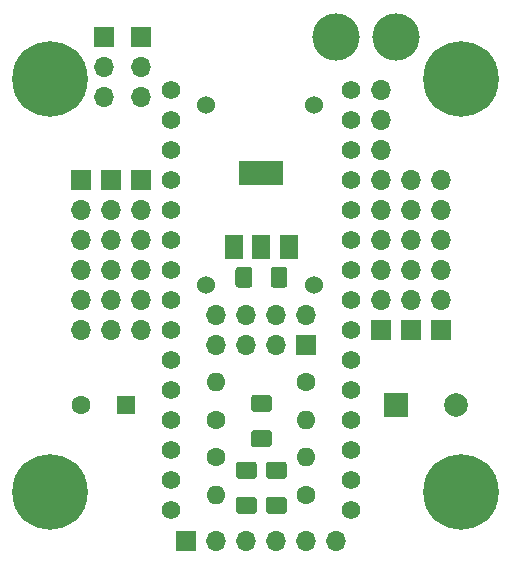
<source format=gbs>
G04 #@! TF.GenerationSoftware,KiCad,Pcbnew,(5.0.0)*
G04 #@! TF.CreationDate,2020-01-07T10:02:11+01:00*
G04 #@! TF.ProjectId,Pacifistabot-ESP-01s,506163696669737461626F742D455350,rev?*
G04 #@! TF.SameCoordinates,Original*
G04 #@! TF.FileFunction,Soldermask,Bot*
G04 #@! TF.FilePolarity,Negative*
%FSLAX46Y46*%
G04 Gerber Fmt 4.6, Leading zero omitted, Abs format (unit mm)*
G04 Created by KiCad (PCBNEW (5.0.0)) date 01/07/20 10:02:11*
%MOMM*%
%LPD*%
G01*
G04 APERTURE LIST*
%ADD10C,0.600000*%
%ADD11C,6.400000*%
%ADD12O,1.700000X1.700000*%
%ADD13R,1.700000X1.700000*%
%ADD14C,1.574800*%
%ADD15R,1.600000X1.600000*%
%ADD16C,1.600000*%
%ADD17R,2.000000X2.000000*%
%ADD18C,2.000000*%
%ADD19C,4.000500*%
%ADD20O,1.600000X1.600000*%
%ADD21C,1.524000*%
%ADD22R,3.800000X2.000000*%
%ADD23R,1.500000X2.000000*%
%ADD24C,0.100000*%
%ADD25C,1.425000*%
G04 APERTURE END LIST*
D10*
G04 #@! TO.C,*
X104948056Y-135208944D03*
X103251000Y-134506000D03*
X101553944Y-135208944D03*
X100851000Y-136906000D03*
X101553944Y-138603056D03*
X103251000Y-139306000D03*
X104948056Y-138603056D03*
X105651000Y-136906000D03*
D11*
X103251000Y-136906000D03*
G04 #@! TD*
G04 #@! TO.C,*
X68453000Y-136906000D03*
D10*
X70853000Y-136906000D03*
X70150056Y-138603056D03*
X68453000Y-139306000D03*
X66755944Y-138603056D03*
X66053000Y-136906000D03*
X66755944Y-135208944D03*
X68453000Y-134506000D03*
X70150056Y-135208944D03*
G04 #@! TD*
G04 #@! TO.C,*
X70150056Y-100283944D03*
X68453000Y-99581000D03*
X66755944Y-100283944D03*
X66053000Y-101981000D03*
X66755944Y-103678056D03*
X68453000Y-104381000D03*
X70150056Y-103678056D03*
X70853000Y-101981000D03*
D11*
X68453000Y-101981000D03*
G04 #@! TD*
G04 #@! TO.C,*
X103251000Y-101981000D03*
D10*
X105651000Y-101981000D03*
X104948056Y-103678056D03*
X103251000Y-104381000D03*
X101553944Y-103678056D03*
X100851000Y-101981000D03*
X101553944Y-100283944D03*
X103251000Y-99581000D03*
X104948056Y-100283944D03*
G04 #@! TD*
D12*
G04 #@! TO.C,U3*
X82550000Y-121920000D03*
X82550000Y-124460000D03*
X85090000Y-121920000D03*
X85090000Y-124460000D03*
X87630000Y-121920000D03*
X87630000Y-124460000D03*
X90170000Y-121920000D03*
D13*
X90170000Y-124460000D03*
G04 #@! TD*
D14*
G04 #@! TO.C,A1*
X93980000Y-102870000D03*
X78740000Y-102870000D03*
X93980000Y-105410000D03*
X78740000Y-105410000D03*
X93980000Y-107950000D03*
X78740000Y-107950000D03*
X93980000Y-110490000D03*
X78740000Y-110490000D03*
X93980000Y-113030000D03*
X78740000Y-113030000D03*
X93980000Y-115570000D03*
X78740000Y-115570000D03*
X93980000Y-118110000D03*
X78740000Y-118110000D03*
X93980000Y-120650000D03*
X78740000Y-120650000D03*
X93980000Y-123190000D03*
X78740000Y-123190000D03*
X93980000Y-125730000D03*
X78740000Y-125730000D03*
X93980000Y-128270000D03*
X78740000Y-128270000D03*
X93980000Y-130810000D03*
X78740000Y-130810000D03*
X93980000Y-133350000D03*
X78740000Y-133350000D03*
X93980000Y-135890000D03*
X78740000Y-135890000D03*
X93980000Y-138430000D03*
X78740000Y-138430000D03*
G04 #@! TD*
D15*
G04 #@! TO.C,C1*
X74920000Y-129540000D03*
D16*
X71120000Y-129540000D03*
G04 #@! TD*
D17*
G04 #@! TO.C,C2*
X97790000Y-129540000D03*
D18*
X102790000Y-129540000D03*
G04 #@! TD*
D19*
G04 #@! TO.C,J1*
X92710000Y-98425000D03*
G04 #@! TD*
G04 #@! TO.C,J2*
X97790000Y-98425000D03*
G04 #@! TD*
D12*
G04 #@! TO.C,J5*
X73660000Y-123190000D03*
X73660000Y-120650000D03*
X73660000Y-118110000D03*
X73660000Y-115570000D03*
X73660000Y-113030000D03*
D13*
X73660000Y-110490000D03*
G04 #@! TD*
G04 #@! TO.C,J6*
X99060000Y-123190000D03*
D12*
X99060000Y-120650000D03*
X99060000Y-118110000D03*
X99060000Y-115570000D03*
X99060000Y-113030000D03*
X99060000Y-110490000D03*
G04 #@! TD*
G04 #@! TO.C,J7*
X101600000Y-110490000D03*
X101600000Y-113030000D03*
X101600000Y-115570000D03*
X101600000Y-118110000D03*
X101600000Y-120650000D03*
D13*
X101600000Y-123190000D03*
G04 #@! TD*
G04 #@! TO.C,J8*
X71120000Y-110490000D03*
D12*
X71120000Y-113030000D03*
X71120000Y-115570000D03*
X71120000Y-118110000D03*
X71120000Y-120650000D03*
X71120000Y-123190000D03*
G04 #@! TD*
G04 #@! TO.C,J10*
X73025000Y-103505000D03*
X73025000Y-100965000D03*
D13*
X73025000Y-98425000D03*
G04 #@! TD*
D16*
G04 #@! TO.C,R2*
X90170000Y-127635000D03*
D20*
X82550000Y-127635000D03*
G04 #@! TD*
D16*
G04 #@! TO.C,R3*
X82550000Y-130810000D03*
D20*
X90170000Y-130810000D03*
G04 #@! TD*
G04 #@! TO.C,R4*
X82550000Y-137160000D03*
D16*
X90170000Y-137160000D03*
G04 #@! TD*
G04 #@! TO.C,R5*
X82550000Y-133985000D03*
D20*
X90170000Y-133985000D03*
G04 #@! TD*
D21*
G04 #@! TO.C,U1*
X90805000Y-119380000D03*
X81665000Y-119380000D03*
X90809000Y-104140000D03*
X81665000Y-104140000D03*
G04 #@! TD*
D22*
G04 #@! TO.C,U2*
X86360000Y-109880000D03*
D23*
X86360000Y-116180000D03*
X84060000Y-116180000D03*
X88660000Y-116180000D03*
G04 #@! TD*
D24*
G04 #@! TO.C,R1*
G36*
X88334504Y-117871204D02*
X88358773Y-117874804D01*
X88382571Y-117880765D01*
X88405671Y-117889030D01*
X88427849Y-117899520D01*
X88448893Y-117912133D01*
X88468598Y-117926747D01*
X88486777Y-117943223D01*
X88503253Y-117961402D01*
X88517867Y-117981107D01*
X88530480Y-118002151D01*
X88540970Y-118024329D01*
X88549235Y-118047429D01*
X88555196Y-118071227D01*
X88558796Y-118095496D01*
X88560000Y-118120000D01*
X88560000Y-119370000D01*
X88558796Y-119394504D01*
X88555196Y-119418773D01*
X88549235Y-119442571D01*
X88540970Y-119465671D01*
X88530480Y-119487849D01*
X88517867Y-119508893D01*
X88503253Y-119528598D01*
X88486777Y-119546777D01*
X88468598Y-119563253D01*
X88448893Y-119577867D01*
X88427849Y-119590480D01*
X88405671Y-119600970D01*
X88382571Y-119609235D01*
X88358773Y-119615196D01*
X88334504Y-119618796D01*
X88310000Y-119620000D01*
X87385000Y-119620000D01*
X87360496Y-119618796D01*
X87336227Y-119615196D01*
X87312429Y-119609235D01*
X87289329Y-119600970D01*
X87267151Y-119590480D01*
X87246107Y-119577867D01*
X87226402Y-119563253D01*
X87208223Y-119546777D01*
X87191747Y-119528598D01*
X87177133Y-119508893D01*
X87164520Y-119487849D01*
X87154030Y-119465671D01*
X87145765Y-119442571D01*
X87139804Y-119418773D01*
X87136204Y-119394504D01*
X87135000Y-119370000D01*
X87135000Y-118120000D01*
X87136204Y-118095496D01*
X87139804Y-118071227D01*
X87145765Y-118047429D01*
X87154030Y-118024329D01*
X87164520Y-118002151D01*
X87177133Y-117981107D01*
X87191747Y-117961402D01*
X87208223Y-117943223D01*
X87226402Y-117926747D01*
X87246107Y-117912133D01*
X87267151Y-117899520D01*
X87289329Y-117889030D01*
X87312429Y-117880765D01*
X87336227Y-117874804D01*
X87360496Y-117871204D01*
X87385000Y-117870000D01*
X88310000Y-117870000D01*
X88334504Y-117871204D01*
X88334504Y-117871204D01*
G37*
D25*
X87847500Y-118745000D03*
D24*
G36*
X85359504Y-117871204D02*
X85383773Y-117874804D01*
X85407571Y-117880765D01*
X85430671Y-117889030D01*
X85452849Y-117899520D01*
X85473893Y-117912133D01*
X85493598Y-117926747D01*
X85511777Y-117943223D01*
X85528253Y-117961402D01*
X85542867Y-117981107D01*
X85555480Y-118002151D01*
X85565970Y-118024329D01*
X85574235Y-118047429D01*
X85580196Y-118071227D01*
X85583796Y-118095496D01*
X85585000Y-118120000D01*
X85585000Y-119370000D01*
X85583796Y-119394504D01*
X85580196Y-119418773D01*
X85574235Y-119442571D01*
X85565970Y-119465671D01*
X85555480Y-119487849D01*
X85542867Y-119508893D01*
X85528253Y-119528598D01*
X85511777Y-119546777D01*
X85493598Y-119563253D01*
X85473893Y-119577867D01*
X85452849Y-119590480D01*
X85430671Y-119600970D01*
X85407571Y-119609235D01*
X85383773Y-119615196D01*
X85359504Y-119618796D01*
X85335000Y-119620000D01*
X84410000Y-119620000D01*
X84385496Y-119618796D01*
X84361227Y-119615196D01*
X84337429Y-119609235D01*
X84314329Y-119600970D01*
X84292151Y-119590480D01*
X84271107Y-119577867D01*
X84251402Y-119563253D01*
X84233223Y-119546777D01*
X84216747Y-119528598D01*
X84202133Y-119508893D01*
X84189520Y-119487849D01*
X84179030Y-119465671D01*
X84170765Y-119442571D01*
X84164804Y-119418773D01*
X84161204Y-119394504D01*
X84160000Y-119370000D01*
X84160000Y-118120000D01*
X84161204Y-118095496D01*
X84164804Y-118071227D01*
X84170765Y-118047429D01*
X84179030Y-118024329D01*
X84189520Y-118002151D01*
X84202133Y-117981107D01*
X84216747Y-117961402D01*
X84233223Y-117943223D01*
X84251402Y-117926747D01*
X84271107Y-117912133D01*
X84292151Y-117899520D01*
X84314329Y-117889030D01*
X84337429Y-117880765D01*
X84361227Y-117874804D01*
X84385496Y-117871204D01*
X84410000Y-117870000D01*
X85335000Y-117870000D01*
X85359504Y-117871204D01*
X85359504Y-117871204D01*
G37*
D25*
X84872500Y-118745000D03*
G04 #@! TD*
D13*
G04 #@! TO.C,J4*
X76200000Y-110490000D03*
D12*
X76200000Y-113030000D03*
X76200000Y-115570000D03*
X76200000Y-118110000D03*
X76200000Y-120650000D03*
X76200000Y-123190000D03*
G04 #@! TD*
G04 #@! TO.C,J11*
X76200000Y-103505000D03*
X76200000Y-100965000D03*
D13*
X76200000Y-98425000D03*
G04 #@! TD*
G04 #@! TO.C,J3*
X96520000Y-123190000D03*
D12*
X96520000Y-120650000D03*
X96520000Y-118110000D03*
X96520000Y-115570000D03*
X96520000Y-113030000D03*
X96520000Y-110490000D03*
X96520000Y-107950000D03*
X96520000Y-105410000D03*
X96520000Y-102870000D03*
G04 #@! TD*
D13*
G04 #@! TO.C,J9*
X80010000Y-141033500D03*
D12*
X82550000Y-141033500D03*
X85090000Y-141033500D03*
X87630000Y-141033500D03*
X90170000Y-141033500D03*
X92710000Y-141033500D03*
G04 #@! TD*
D24*
G04 #@! TO.C,R6*
G36*
X87009504Y-128711204D02*
X87033773Y-128714804D01*
X87057571Y-128720765D01*
X87080671Y-128729030D01*
X87102849Y-128739520D01*
X87123893Y-128752133D01*
X87143598Y-128766747D01*
X87161777Y-128783223D01*
X87178253Y-128801402D01*
X87192867Y-128821107D01*
X87205480Y-128842151D01*
X87215970Y-128864329D01*
X87224235Y-128887429D01*
X87230196Y-128911227D01*
X87233796Y-128935496D01*
X87235000Y-128960000D01*
X87235000Y-129885000D01*
X87233796Y-129909504D01*
X87230196Y-129933773D01*
X87224235Y-129957571D01*
X87215970Y-129980671D01*
X87205480Y-130002849D01*
X87192867Y-130023893D01*
X87178253Y-130043598D01*
X87161777Y-130061777D01*
X87143598Y-130078253D01*
X87123893Y-130092867D01*
X87102849Y-130105480D01*
X87080671Y-130115970D01*
X87057571Y-130124235D01*
X87033773Y-130130196D01*
X87009504Y-130133796D01*
X86985000Y-130135000D01*
X85735000Y-130135000D01*
X85710496Y-130133796D01*
X85686227Y-130130196D01*
X85662429Y-130124235D01*
X85639329Y-130115970D01*
X85617151Y-130105480D01*
X85596107Y-130092867D01*
X85576402Y-130078253D01*
X85558223Y-130061777D01*
X85541747Y-130043598D01*
X85527133Y-130023893D01*
X85514520Y-130002849D01*
X85504030Y-129980671D01*
X85495765Y-129957571D01*
X85489804Y-129933773D01*
X85486204Y-129909504D01*
X85485000Y-129885000D01*
X85485000Y-128960000D01*
X85486204Y-128935496D01*
X85489804Y-128911227D01*
X85495765Y-128887429D01*
X85504030Y-128864329D01*
X85514520Y-128842151D01*
X85527133Y-128821107D01*
X85541747Y-128801402D01*
X85558223Y-128783223D01*
X85576402Y-128766747D01*
X85596107Y-128752133D01*
X85617151Y-128739520D01*
X85639329Y-128729030D01*
X85662429Y-128720765D01*
X85686227Y-128714804D01*
X85710496Y-128711204D01*
X85735000Y-128710000D01*
X86985000Y-128710000D01*
X87009504Y-128711204D01*
X87009504Y-128711204D01*
G37*
D25*
X86360000Y-129422500D03*
D24*
G36*
X87009504Y-131686204D02*
X87033773Y-131689804D01*
X87057571Y-131695765D01*
X87080671Y-131704030D01*
X87102849Y-131714520D01*
X87123893Y-131727133D01*
X87143598Y-131741747D01*
X87161777Y-131758223D01*
X87178253Y-131776402D01*
X87192867Y-131796107D01*
X87205480Y-131817151D01*
X87215970Y-131839329D01*
X87224235Y-131862429D01*
X87230196Y-131886227D01*
X87233796Y-131910496D01*
X87235000Y-131935000D01*
X87235000Y-132860000D01*
X87233796Y-132884504D01*
X87230196Y-132908773D01*
X87224235Y-132932571D01*
X87215970Y-132955671D01*
X87205480Y-132977849D01*
X87192867Y-132998893D01*
X87178253Y-133018598D01*
X87161777Y-133036777D01*
X87143598Y-133053253D01*
X87123893Y-133067867D01*
X87102849Y-133080480D01*
X87080671Y-133090970D01*
X87057571Y-133099235D01*
X87033773Y-133105196D01*
X87009504Y-133108796D01*
X86985000Y-133110000D01*
X85735000Y-133110000D01*
X85710496Y-133108796D01*
X85686227Y-133105196D01*
X85662429Y-133099235D01*
X85639329Y-133090970D01*
X85617151Y-133080480D01*
X85596107Y-133067867D01*
X85576402Y-133053253D01*
X85558223Y-133036777D01*
X85541747Y-133018598D01*
X85527133Y-132998893D01*
X85514520Y-132977849D01*
X85504030Y-132955671D01*
X85495765Y-132932571D01*
X85489804Y-132908773D01*
X85486204Y-132884504D01*
X85485000Y-132860000D01*
X85485000Y-131935000D01*
X85486204Y-131910496D01*
X85489804Y-131886227D01*
X85495765Y-131862429D01*
X85504030Y-131839329D01*
X85514520Y-131817151D01*
X85527133Y-131796107D01*
X85541747Y-131776402D01*
X85558223Y-131758223D01*
X85576402Y-131741747D01*
X85596107Y-131727133D01*
X85617151Y-131714520D01*
X85639329Y-131704030D01*
X85662429Y-131695765D01*
X85686227Y-131689804D01*
X85710496Y-131686204D01*
X85735000Y-131685000D01*
X86985000Y-131685000D01*
X87009504Y-131686204D01*
X87009504Y-131686204D01*
G37*
D25*
X86360000Y-132397500D03*
G04 #@! TD*
D24*
G04 #@! TO.C,R7*
G36*
X85739504Y-134362704D02*
X85763773Y-134366304D01*
X85787571Y-134372265D01*
X85810671Y-134380530D01*
X85832849Y-134391020D01*
X85853893Y-134403633D01*
X85873598Y-134418247D01*
X85891777Y-134434723D01*
X85908253Y-134452902D01*
X85922867Y-134472607D01*
X85935480Y-134493651D01*
X85945970Y-134515829D01*
X85954235Y-134538929D01*
X85960196Y-134562727D01*
X85963796Y-134586996D01*
X85965000Y-134611500D01*
X85965000Y-135536500D01*
X85963796Y-135561004D01*
X85960196Y-135585273D01*
X85954235Y-135609071D01*
X85945970Y-135632171D01*
X85935480Y-135654349D01*
X85922867Y-135675393D01*
X85908253Y-135695098D01*
X85891777Y-135713277D01*
X85873598Y-135729753D01*
X85853893Y-135744367D01*
X85832849Y-135756980D01*
X85810671Y-135767470D01*
X85787571Y-135775735D01*
X85763773Y-135781696D01*
X85739504Y-135785296D01*
X85715000Y-135786500D01*
X84465000Y-135786500D01*
X84440496Y-135785296D01*
X84416227Y-135781696D01*
X84392429Y-135775735D01*
X84369329Y-135767470D01*
X84347151Y-135756980D01*
X84326107Y-135744367D01*
X84306402Y-135729753D01*
X84288223Y-135713277D01*
X84271747Y-135695098D01*
X84257133Y-135675393D01*
X84244520Y-135654349D01*
X84234030Y-135632171D01*
X84225765Y-135609071D01*
X84219804Y-135585273D01*
X84216204Y-135561004D01*
X84215000Y-135536500D01*
X84215000Y-134611500D01*
X84216204Y-134586996D01*
X84219804Y-134562727D01*
X84225765Y-134538929D01*
X84234030Y-134515829D01*
X84244520Y-134493651D01*
X84257133Y-134472607D01*
X84271747Y-134452902D01*
X84288223Y-134434723D01*
X84306402Y-134418247D01*
X84326107Y-134403633D01*
X84347151Y-134391020D01*
X84369329Y-134380530D01*
X84392429Y-134372265D01*
X84416227Y-134366304D01*
X84440496Y-134362704D01*
X84465000Y-134361500D01*
X85715000Y-134361500D01*
X85739504Y-134362704D01*
X85739504Y-134362704D01*
G37*
D25*
X85090000Y-135074000D03*
D24*
G36*
X85739504Y-137337704D02*
X85763773Y-137341304D01*
X85787571Y-137347265D01*
X85810671Y-137355530D01*
X85832849Y-137366020D01*
X85853893Y-137378633D01*
X85873598Y-137393247D01*
X85891777Y-137409723D01*
X85908253Y-137427902D01*
X85922867Y-137447607D01*
X85935480Y-137468651D01*
X85945970Y-137490829D01*
X85954235Y-137513929D01*
X85960196Y-137537727D01*
X85963796Y-137561996D01*
X85965000Y-137586500D01*
X85965000Y-138511500D01*
X85963796Y-138536004D01*
X85960196Y-138560273D01*
X85954235Y-138584071D01*
X85945970Y-138607171D01*
X85935480Y-138629349D01*
X85922867Y-138650393D01*
X85908253Y-138670098D01*
X85891777Y-138688277D01*
X85873598Y-138704753D01*
X85853893Y-138719367D01*
X85832849Y-138731980D01*
X85810671Y-138742470D01*
X85787571Y-138750735D01*
X85763773Y-138756696D01*
X85739504Y-138760296D01*
X85715000Y-138761500D01*
X84465000Y-138761500D01*
X84440496Y-138760296D01*
X84416227Y-138756696D01*
X84392429Y-138750735D01*
X84369329Y-138742470D01*
X84347151Y-138731980D01*
X84326107Y-138719367D01*
X84306402Y-138704753D01*
X84288223Y-138688277D01*
X84271747Y-138670098D01*
X84257133Y-138650393D01*
X84244520Y-138629349D01*
X84234030Y-138607171D01*
X84225765Y-138584071D01*
X84219804Y-138560273D01*
X84216204Y-138536004D01*
X84215000Y-138511500D01*
X84215000Y-137586500D01*
X84216204Y-137561996D01*
X84219804Y-137537727D01*
X84225765Y-137513929D01*
X84234030Y-137490829D01*
X84244520Y-137468651D01*
X84257133Y-137447607D01*
X84271747Y-137427902D01*
X84288223Y-137409723D01*
X84306402Y-137393247D01*
X84326107Y-137378633D01*
X84347151Y-137366020D01*
X84369329Y-137355530D01*
X84392429Y-137347265D01*
X84416227Y-137341304D01*
X84440496Y-137337704D01*
X84465000Y-137336500D01*
X85715000Y-137336500D01*
X85739504Y-137337704D01*
X85739504Y-137337704D01*
G37*
D25*
X85090000Y-138049000D03*
G04 #@! TD*
D24*
G04 #@! TO.C,C3*
G36*
X88279504Y-137337704D02*
X88303773Y-137341304D01*
X88327571Y-137347265D01*
X88350671Y-137355530D01*
X88372849Y-137366020D01*
X88393893Y-137378633D01*
X88413598Y-137393247D01*
X88431777Y-137409723D01*
X88448253Y-137427902D01*
X88462867Y-137447607D01*
X88475480Y-137468651D01*
X88485970Y-137490829D01*
X88494235Y-137513929D01*
X88500196Y-137537727D01*
X88503796Y-137561996D01*
X88505000Y-137586500D01*
X88505000Y-138511500D01*
X88503796Y-138536004D01*
X88500196Y-138560273D01*
X88494235Y-138584071D01*
X88485970Y-138607171D01*
X88475480Y-138629349D01*
X88462867Y-138650393D01*
X88448253Y-138670098D01*
X88431777Y-138688277D01*
X88413598Y-138704753D01*
X88393893Y-138719367D01*
X88372849Y-138731980D01*
X88350671Y-138742470D01*
X88327571Y-138750735D01*
X88303773Y-138756696D01*
X88279504Y-138760296D01*
X88255000Y-138761500D01*
X87005000Y-138761500D01*
X86980496Y-138760296D01*
X86956227Y-138756696D01*
X86932429Y-138750735D01*
X86909329Y-138742470D01*
X86887151Y-138731980D01*
X86866107Y-138719367D01*
X86846402Y-138704753D01*
X86828223Y-138688277D01*
X86811747Y-138670098D01*
X86797133Y-138650393D01*
X86784520Y-138629349D01*
X86774030Y-138607171D01*
X86765765Y-138584071D01*
X86759804Y-138560273D01*
X86756204Y-138536004D01*
X86755000Y-138511500D01*
X86755000Y-137586500D01*
X86756204Y-137561996D01*
X86759804Y-137537727D01*
X86765765Y-137513929D01*
X86774030Y-137490829D01*
X86784520Y-137468651D01*
X86797133Y-137447607D01*
X86811747Y-137427902D01*
X86828223Y-137409723D01*
X86846402Y-137393247D01*
X86866107Y-137378633D01*
X86887151Y-137366020D01*
X86909329Y-137355530D01*
X86932429Y-137347265D01*
X86956227Y-137341304D01*
X86980496Y-137337704D01*
X87005000Y-137336500D01*
X88255000Y-137336500D01*
X88279504Y-137337704D01*
X88279504Y-137337704D01*
G37*
D25*
X87630000Y-138049000D03*
D24*
G36*
X88279504Y-134362704D02*
X88303773Y-134366304D01*
X88327571Y-134372265D01*
X88350671Y-134380530D01*
X88372849Y-134391020D01*
X88393893Y-134403633D01*
X88413598Y-134418247D01*
X88431777Y-134434723D01*
X88448253Y-134452902D01*
X88462867Y-134472607D01*
X88475480Y-134493651D01*
X88485970Y-134515829D01*
X88494235Y-134538929D01*
X88500196Y-134562727D01*
X88503796Y-134586996D01*
X88505000Y-134611500D01*
X88505000Y-135536500D01*
X88503796Y-135561004D01*
X88500196Y-135585273D01*
X88494235Y-135609071D01*
X88485970Y-135632171D01*
X88475480Y-135654349D01*
X88462867Y-135675393D01*
X88448253Y-135695098D01*
X88431777Y-135713277D01*
X88413598Y-135729753D01*
X88393893Y-135744367D01*
X88372849Y-135756980D01*
X88350671Y-135767470D01*
X88327571Y-135775735D01*
X88303773Y-135781696D01*
X88279504Y-135785296D01*
X88255000Y-135786500D01*
X87005000Y-135786500D01*
X86980496Y-135785296D01*
X86956227Y-135781696D01*
X86932429Y-135775735D01*
X86909329Y-135767470D01*
X86887151Y-135756980D01*
X86866107Y-135744367D01*
X86846402Y-135729753D01*
X86828223Y-135713277D01*
X86811747Y-135695098D01*
X86797133Y-135675393D01*
X86784520Y-135654349D01*
X86774030Y-135632171D01*
X86765765Y-135609071D01*
X86759804Y-135585273D01*
X86756204Y-135561004D01*
X86755000Y-135536500D01*
X86755000Y-134611500D01*
X86756204Y-134586996D01*
X86759804Y-134562727D01*
X86765765Y-134538929D01*
X86774030Y-134515829D01*
X86784520Y-134493651D01*
X86797133Y-134472607D01*
X86811747Y-134452902D01*
X86828223Y-134434723D01*
X86846402Y-134418247D01*
X86866107Y-134403633D01*
X86887151Y-134391020D01*
X86909329Y-134380530D01*
X86932429Y-134372265D01*
X86956227Y-134366304D01*
X86980496Y-134362704D01*
X87005000Y-134361500D01*
X88255000Y-134361500D01*
X88279504Y-134362704D01*
X88279504Y-134362704D01*
G37*
D25*
X87630000Y-135074000D03*
G04 #@! TD*
M02*

</source>
